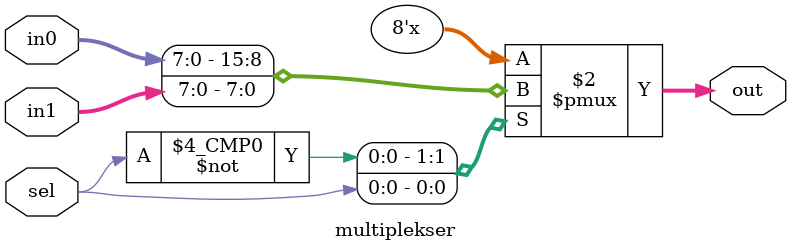
<source format=v>
module multiplekser(
input [7:0] in0,
input [7:0] in1,
input sel,
output reg [7:0] out
);

always @(*) 
begin
	case(sel)
		1'b0: out <= in0;
		1'b1: out <= in1;
	endcase
end

endmodule
</source>
